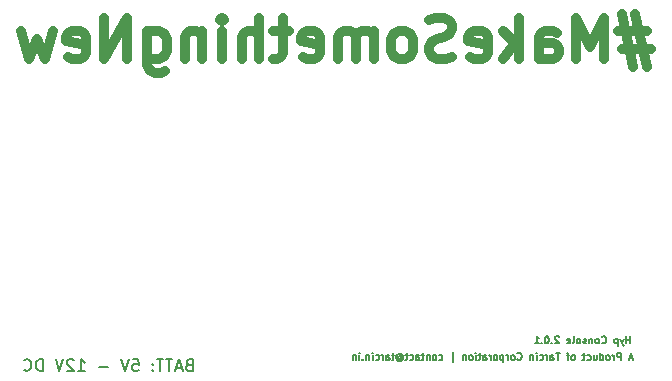
<source format=gbr>
G04 #@! TF.GenerationSoftware,KiCad,Pcbnew,(5.1.0)-1*
G04 #@! TF.CreationDate,2019-05-16T14:17:18+05:30*
G04 #@! TF.ProjectId,Console,436f6e73-6f6c-4652-9e6b-696361645f70,2.0.1*
G04 #@! TF.SameCoordinates,Original*
G04 #@! TF.FileFunction,Legend,Bot*
G04 #@! TF.FilePolarity,Positive*
%FSLAX46Y46*%
G04 Gerber Fmt 4.6, Leading zero omitted, Abs format (unit mm)*
G04 Created by KiCad (PCBNEW (5.1.0)-1) date 2019-05-16 14:17:18*
%MOMM*%
%LPD*%
G04 APERTURE LIST*
%ADD10C,0.150000*%
%ADD11C,0.875000*%
G04 APERTURE END LIST*
D10*
X75492714Y-88574571D02*
X75349857Y-88622190D01*
X75302238Y-88669809D01*
X75254619Y-88765047D01*
X75254619Y-88907904D01*
X75302238Y-89003142D01*
X75349857Y-89050761D01*
X75445095Y-89098380D01*
X75826047Y-89098380D01*
X75826047Y-88098380D01*
X75492714Y-88098380D01*
X75397476Y-88146000D01*
X75349857Y-88193619D01*
X75302238Y-88288857D01*
X75302238Y-88384095D01*
X75349857Y-88479333D01*
X75397476Y-88526952D01*
X75492714Y-88574571D01*
X75826047Y-88574571D01*
X74873666Y-88812666D02*
X74397476Y-88812666D01*
X74968904Y-89098380D02*
X74635571Y-88098380D01*
X74302238Y-89098380D01*
X74111761Y-88098380D02*
X73540333Y-88098380D01*
X73826047Y-89098380D02*
X73826047Y-88098380D01*
X73349857Y-88098380D02*
X72778428Y-88098380D01*
X73064142Y-89098380D02*
X73064142Y-88098380D01*
X72445095Y-89003142D02*
X72397476Y-89050761D01*
X72445095Y-89098380D01*
X72492714Y-89050761D01*
X72445095Y-89003142D01*
X72445095Y-89098380D01*
X72445095Y-88479333D02*
X72397476Y-88526952D01*
X72445095Y-88574571D01*
X72492714Y-88526952D01*
X72445095Y-88479333D01*
X72445095Y-88574571D01*
X70730809Y-88098380D02*
X71207000Y-88098380D01*
X71254619Y-88574571D01*
X71207000Y-88526952D01*
X71111761Y-88479333D01*
X70873666Y-88479333D01*
X70778428Y-88526952D01*
X70730809Y-88574571D01*
X70683190Y-88669809D01*
X70683190Y-88907904D01*
X70730809Y-89003142D01*
X70778428Y-89050761D01*
X70873666Y-89098380D01*
X71111761Y-89098380D01*
X71207000Y-89050761D01*
X71254619Y-89003142D01*
X70397476Y-88098380D02*
X70064142Y-89098380D01*
X69730809Y-88098380D01*
X68635571Y-88717428D02*
X67873666Y-88717428D01*
X66111761Y-89098380D02*
X66683190Y-89098380D01*
X66397476Y-89098380D02*
X66397476Y-88098380D01*
X66492714Y-88241238D01*
X66587952Y-88336476D01*
X66683190Y-88384095D01*
X65730809Y-88193619D02*
X65683190Y-88146000D01*
X65587952Y-88098380D01*
X65349857Y-88098380D01*
X65254619Y-88146000D01*
X65207000Y-88193619D01*
X65159380Y-88288857D01*
X65159380Y-88384095D01*
X65207000Y-88526952D01*
X65778428Y-89098380D01*
X65159380Y-89098380D01*
X64873666Y-88098380D02*
X64540333Y-89098380D01*
X64207000Y-88098380D01*
X63111761Y-89098380D02*
X63111761Y-88098380D01*
X62873666Y-88098380D01*
X62730809Y-88146000D01*
X62635571Y-88241238D01*
X62587952Y-88336476D01*
X62540333Y-88526952D01*
X62540333Y-88669809D01*
X62587952Y-88860285D01*
X62635571Y-88955523D01*
X62730809Y-89050761D01*
X62873666Y-89098380D01*
X63111761Y-89098380D01*
X61540333Y-89003142D02*
X61587952Y-89050761D01*
X61730809Y-89098380D01*
X61826047Y-89098380D01*
X61968904Y-89050761D01*
X62064142Y-88955523D01*
X62111761Y-88860285D01*
X62159380Y-88669809D01*
X62159380Y-88526952D01*
X62111761Y-88336476D01*
X62064142Y-88241238D01*
X61968904Y-88146000D01*
X61826047Y-88098380D01*
X61730809Y-88098380D01*
X61587952Y-88146000D01*
X61540333Y-88193619D01*
D11*
X114300666Y-60337000D02*
X111800666Y-60337000D01*
X113300666Y-58837000D02*
X114300666Y-63337000D01*
X112134000Y-61837000D02*
X114634000Y-61837000D01*
X113134000Y-63337000D02*
X112134000Y-58837000D01*
X110634000Y-62670333D02*
X110634000Y-59170333D01*
X109467333Y-61670333D01*
X108300666Y-59170333D01*
X108300666Y-62670333D01*
X105134000Y-62670333D02*
X105134000Y-60837000D01*
X105300666Y-60503666D01*
X105634000Y-60337000D01*
X106300666Y-60337000D01*
X106634000Y-60503666D01*
X105134000Y-62503666D02*
X105467333Y-62670333D01*
X106300666Y-62670333D01*
X106634000Y-62503666D01*
X106800666Y-62170333D01*
X106800666Y-61837000D01*
X106634000Y-61503666D01*
X106300666Y-61337000D01*
X105467333Y-61337000D01*
X105134000Y-61170333D01*
X103467333Y-62670333D02*
X103467333Y-59170333D01*
X103134000Y-61337000D02*
X102134000Y-62670333D01*
X102134000Y-60337000D02*
X103467333Y-61670333D01*
X99300666Y-62503666D02*
X99634000Y-62670333D01*
X100300666Y-62670333D01*
X100634000Y-62503666D01*
X100800666Y-62170333D01*
X100800666Y-60837000D01*
X100634000Y-60503666D01*
X100300666Y-60337000D01*
X99634000Y-60337000D01*
X99300666Y-60503666D01*
X99134000Y-60837000D01*
X99134000Y-61170333D01*
X100800666Y-61503666D01*
X97800666Y-62503666D02*
X97300666Y-62670333D01*
X96467333Y-62670333D01*
X96134000Y-62503666D01*
X95967333Y-62337000D01*
X95800666Y-62003666D01*
X95800666Y-61670333D01*
X95967333Y-61337000D01*
X96134000Y-61170333D01*
X96467333Y-61003666D01*
X97134000Y-60837000D01*
X97467333Y-60670333D01*
X97634000Y-60503666D01*
X97800666Y-60170333D01*
X97800666Y-59837000D01*
X97634000Y-59503666D01*
X97467333Y-59337000D01*
X97134000Y-59170333D01*
X96300666Y-59170333D01*
X95800666Y-59337000D01*
X93800666Y-62670333D02*
X94134000Y-62503666D01*
X94300666Y-62337000D01*
X94467333Y-62003666D01*
X94467333Y-61003666D01*
X94300666Y-60670333D01*
X94134000Y-60503666D01*
X93800666Y-60337000D01*
X93300666Y-60337000D01*
X92967333Y-60503666D01*
X92800666Y-60670333D01*
X92634000Y-61003666D01*
X92634000Y-62003666D01*
X92800666Y-62337000D01*
X92967333Y-62503666D01*
X93300666Y-62670333D01*
X93800666Y-62670333D01*
X91134000Y-62670333D02*
X91134000Y-60337000D01*
X91134000Y-60670333D02*
X90967333Y-60503666D01*
X90634000Y-60337000D01*
X90134000Y-60337000D01*
X89800666Y-60503666D01*
X89634000Y-60837000D01*
X89634000Y-62670333D01*
X89634000Y-60837000D02*
X89467333Y-60503666D01*
X89134000Y-60337000D01*
X88634000Y-60337000D01*
X88300666Y-60503666D01*
X88134000Y-60837000D01*
X88134000Y-62670333D01*
X85134000Y-62503666D02*
X85467333Y-62670333D01*
X86134000Y-62670333D01*
X86467333Y-62503666D01*
X86634000Y-62170333D01*
X86634000Y-60837000D01*
X86467333Y-60503666D01*
X86134000Y-60337000D01*
X85467333Y-60337000D01*
X85134000Y-60503666D01*
X84967333Y-60837000D01*
X84967333Y-61170333D01*
X86634000Y-61503666D01*
X83967333Y-60337000D02*
X82634000Y-60337000D01*
X83467333Y-59170333D02*
X83467333Y-62170333D01*
X83300666Y-62503666D01*
X82967333Y-62670333D01*
X82634000Y-62670333D01*
X81467333Y-62670333D02*
X81467333Y-59170333D01*
X79967333Y-62670333D02*
X79967333Y-60837000D01*
X80134000Y-60503666D01*
X80467333Y-60337000D01*
X80967333Y-60337000D01*
X81300666Y-60503666D01*
X81467333Y-60670333D01*
X78300666Y-62670333D02*
X78300666Y-60337000D01*
X78300666Y-59170333D02*
X78467333Y-59337000D01*
X78300666Y-59503666D01*
X78134000Y-59337000D01*
X78300666Y-59170333D01*
X78300666Y-59503666D01*
X76634000Y-60337000D02*
X76634000Y-62670333D01*
X76634000Y-60670333D02*
X76467333Y-60503666D01*
X76134000Y-60337000D01*
X75634000Y-60337000D01*
X75300666Y-60503666D01*
X75134000Y-60837000D01*
X75134000Y-62670333D01*
X71967333Y-60337000D02*
X71967333Y-63170333D01*
X72134000Y-63503666D01*
X72300666Y-63670333D01*
X72634000Y-63837000D01*
X73134000Y-63837000D01*
X73467333Y-63670333D01*
X71967333Y-62503666D02*
X72300666Y-62670333D01*
X72967333Y-62670333D01*
X73300666Y-62503666D01*
X73467333Y-62337000D01*
X73634000Y-62003666D01*
X73634000Y-61003666D01*
X73467333Y-60670333D01*
X73300666Y-60503666D01*
X72967333Y-60337000D01*
X72300666Y-60337000D01*
X71967333Y-60503666D01*
X70300666Y-62670333D02*
X70300666Y-59170333D01*
X68300666Y-62670333D01*
X68300666Y-59170333D01*
X65300666Y-62503666D02*
X65634000Y-62670333D01*
X66300666Y-62670333D01*
X66634000Y-62503666D01*
X66800666Y-62170333D01*
X66800666Y-60837000D01*
X66634000Y-60503666D01*
X66300666Y-60337000D01*
X65634000Y-60337000D01*
X65300666Y-60503666D01*
X65134000Y-60837000D01*
X65134000Y-61170333D01*
X66800666Y-61503666D01*
X63967333Y-60337000D02*
X63300666Y-62670333D01*
X62634000Y-61003666D01*
X61967333Y-62670333D01*
X61300666Y-60337000D01*
D10*
X113076142Y-87984000D02*
X112790428Y-87984000D01*
X113133285Y-88155428D02*
X112933285Y-87555428D01*
X112733285Y-88155428D01*
X112076142Y-88155428D02*
X112076142Y-87555428D01*
X111847571Y-87555428D01*
X111790428Y-87584000D01*
X111761857Y-87612571D01*
X111733285Y-87669714D01*
X111733285Y-87755428D01*
X111761857Y-87812571D01*
X111790428Y-87841142D01*
X111847571Y-87869714D01*
X112076142Y-87869714D01*
X111476142Y-88155428D02*
X111476142Y-87755428D01*
X111476142Y-87869714D02*
X111447571Y-87812571D01*
X111419000Y-87784000D01*
X111361857Y-87755428D01*
X111304714Y-87755428D01*
X111019000Y-88155428D02*
X111076142Y-88126857D01*
X111104714Y-88098285D01*
X111133285Y-88041142D01*
X111133285Y-87869714D01*
X111104714Y-87812571D01*
X111076142Y-87784000D01*
X111019000Y-87755428D01*
X110933285Y-87755428D01*
X110876142Y-87784000D01*
X110847571Y-87812571D01*
X110819000Y-87869714D01*
X110819000Y-88041142D01*
X110847571Y-88098285D01*
X110876142Y-88126857D01*
X110933285Y-88155428D01*
X111019000Y-88155428D01*
X110304714Y-88155428D02*
X110304714Y-87555428D01*
X110304714Y-88126857D02*
X110361857Y-88155428D01*
X110476142Y-88155428D01*
X110533285Y-88126857D01*
X110561857Y-88098285D01*
X110590428Y-88041142D01*
X110590428Y-87869714D01*
X110561857Y-87812571D01*
X110533285Y-87784000D01*
X110476142Y-87755428D01*
X110361857Y-87755428D01*
X110304714Y-87784000D01*
X109761857Y-87755428D02*
X109761857Y-88155428D01*
X110019000Y-87755428D02*
X110019000Y-88069714D01*
X109990428Y-88126857D01*
X109933285Y-88155428D01*
X109847571Y-88155428D01*
X109790428Y-88126857D01*
X109761857Y-88098285D01*
X109219000Y-88126857D02*
X109276142Y-88155428D01*
X109390428Y-88155428D01*
X109447571Y-88126857D01*
X109476142Y-88098285D01*
X109504714Y-88041142D01*
X109504714Y-87869714D01*
X109476142Y-87812571D01*
X109447571Y-87784000D01*
X109390428Y-87755428D01*
X109276142Y-87755428D01*
X109219000Y-87784000D01*
X109047571Y-87755428D02*
X108819000Y-87755428D01*
X108961857Y-87555428D02*
X108961857Y-88069714D01*
X108933285Y-88126857D01*
X108876142Y-88155428D01*
X108819000Y-88155428D01*
X108076142Y-88155428D02*
X108133285Y-88126857D01*
X108161857Y-88098285D01*
X108190428Y-88041142D01*
X108190428Y-87869714D01*
X108161857Y-87812571D01*
X108133285Y-87784000D01*
X108076142Y-87755428D01*
X107990428Y-87755428D01*
X107933285Y-87784000D01*
X107904714Y-87812571D01*
X107876142Y-87869714D01*
X107876142Y-88041142D01*
X107904714Y-88098285D01*
X107933285Y-88126857D01*
X107990428Y-88155428D01*
X108076142Y-88155428D01*
X107704714Y-87755428D02*
X107476142Y-87755428D01*
X107619000Y-88155428D02*
X107619000Y-87641142D01*
X107590428Y-87584000D01*
X107533285Y-87555428D01*
X107476142Y-87555428D01*
X106904714Y-87555428D02*
X106561857Y-87555428D01*
X106733285Y-88155428D02*
X106733285Y-87555428D01*
X106104714Y-88155428D02*
X106104714Y-87841142D01*
X106133285Y-87784000D01*
X106190428Y-87755428D01*
X106304714Y-87755428D01*
X106361857Y-87784000D01*
X106104714Y-88126857D02*
X106161857Y-88155428D01*
X106304714Y-88155428D01*
X106361857Y-88126857D01*
X106390428Y-88069714D01*
X106390428Y-88012571D01*
X106361857Y-87955428D01*
X106304714Y-87926857D01*
X106161857Y-87926857D01*
X106104714Y-87898285D01*
X105819000Y-88155428D02*
X105819000Y-87755428D01*
X105819000Y-87869714D02*
X105790428Y-87812571D01*
X105761857Y-87784000D01*
X105704714Y-87755428D01*
X105647571Y-87755428D01*
X105190428Y-88126857D02*
X105247571Y-88155428D01*
X105361857Y-88155428D01*
X105419000Y-88126857D01*
X105447571Y-88098285D01*
X105476142Y-88041142D01*
X105476142Y-87869714D01*
X105447571Y-87812571D01*
X105419000Y-87784000D01*
X105361857Y-87755428D01*
X105247571Y-87755428D01*
X105190428Y-87784000D01*
X104933285Y-88155428D02*
X104933285Y-87755428D01*
X104933285Y-87555428D02*
X104961857Y-87584000D01*
X104933285Y-87612571D01*
X104904714Y-87584000D01*
X104933285Y-87555428D01*
X104933285Y-87612571D01*
X104647571Y-87755428D02*
X104647571Y-88155428D01*
X104647571Y-87812571D02*
X104619000Y-87784000D01*
X104561857Y-87755428D01*
X104476142Y-87755428D01*
X104419000Y-87784000D01*
X104390428Y-87841142D01*
X104390428Y-88155428D01*
X103304714Y-88098285D02*
X103333285Y-88126857D01*
X103419000Y-88155428D01*
X103476142Y-88155428D01*
X103561857Y-88126857D01*
X103619000Y-88069714D01*
X103647571Y-88012571D01*
X103676142Y-87898285D01*
X103676142Y-87812571D01*
X103647571Y-87698285D01*
X103619000Y-87641142D01*
X103561857Y-87584000D01*
X103476142Y-87555428D01*
X103419000Y-87555428D01*
X103333285Y-87584000D01*
X103304714Y-87612571D01*
X102961857Y-88155428D02*
X103019000Y-88126857D01*
X103047571Y-88098285D01*
X103076142Y-88041142D01*
X103076142Y-87869714D01*
X103047571Y-87812571D01*
X103019000Y-87784000D01*
X102961857Y-87755428D01*
X102876142Y-87755428D01*
X102819000Y-87784000D01*
X102790428Y-87812571D01*
X102761857Y-87869714D01*
X102761857Y-88041142D01*
X102790428Y-88098285D01*
X102819000Y-88126857D01*
X102876142Y-88155428D01*
X102961857Y-88155428D01*
X102504714Y-88155428D02*
X102504714Y-87755428D01*
X102504714Y-87869714D02*
X102476142Y-87812571D01*
X102447571Y-87784000D01*
X102390428Y-87755428D01*
X102333285Y-87755428D01*
X102133285Y-87755428D02*
X102133285Y-88355428D01*
X102133285Y-87784000D02*
X102076142Y-87755428D01*
X101961857Y-87755428D01*
X101904714Y-87784000D01*
X101876142Y-87812571D01*
X101847571Y-87869714D01*
X101847571Y-88041142D01*
X101876142Y-88098285D01*
X101904714Y-88126857D01*
X101961857Y-88155428D01*
X102076142Y-88155428D01*
X102133285Y-88126857D01*
X101504714Y-88155428D02*
X101561857Y-88126857D01*
X101590428Y-88098285D01*
X101619000Y-88041142D01*
X101619000Y-87869714D01*
X101590428Y-87812571D01*
X101561857Y-87784000D01*
X101504714Y-87755428D01*
X101419000Y-87755428D01*
X101361857Y-87784000D01*
X101333285Y-87812571D01*
X101304714Y-87869714D01*
X101304714Y-88041142D01*
X101333285Y-88098285D01*
X101361857Y-88126857D01*
X101419000Y-88155428D01*
X101504714Y-88155428D01*
X101047571Y-88155428D02*
X101047571Y-87755428D01*
X101047571Y-87869714D02*
X101019000Y-87812571D01*
X100990428Y-87784000D01*
X100933285Y-87755428D01*
X100876142Y-87755428D01*
X100419000Y-88155428D02*
X100419000Y-87841142D01*
X100447571Y-87784000D01*
X100504714Y-87755428D01*
X100619000Y-87755428D01*
X100676142Y-87784000D01*
X100419000Y-88126857D02*
X100476142Y-88155428D01*
X100619000Y-88155428D01*
X100676142Y-88126857D01*
X100704714Y-88069714D01*
X100704714Y-88012571D01*
X100676142Y-87955428D01*
X100619000Y-87926857D01*
X100476142Y-87926857D01*
X100419000Y-87898285D01*
X100219000Y-87755428D02*
X99990428Y-87755428D01*
X100133285Y-87555428D02*
X100133285Y-88069714D01*
X100104714Y-88126857D01*
X100047571Y-88155428D01*
X99990428Y-88155428D01*
X99790428Y-88155428D02*
X99790428Y-87755428D01*
X99790428Y-87555428D02*
X99819000Y-87584000D01*
X99790428Y-87612571D01*
X99761857Y-87584000D01*
X99790428Y-87555428D01*
X99790428Y-87612571D01*
X99419000Y-88155428D02*
X99476142Y-88126857D01*
X99504714Y-88098285D01*
X99533285Y-88041142D01*
X99533285Y-87869714D01*
X99504714Y-87812571D01*
X99476142Y-87784000D01*
X99419000Y-87755428D01*
X99333285Y-87755428D01*
X99276142Y-87784000D01*
X99247571Y-87812571D01*
X99219000Y-87869714D01*
X99219000Y-88041142D01*
X99247571Y-88098285D01*
X99276142Y-88126857D01*
X99333285Y-88155428D01*
X99419000Y-88155428D01*
X98961857Y-87755428D02*
X98961857Y-88155428D01*
X98961857Y-87812571D02*
X98933285Y-87784000D01*
X98876142Y-87755428D01*
X98790428Y-87755428D01*
X98733285Y-87784000D01*
X98704714Y-87841142D01*
X98704714Y-88155428D01*
X97819000Y-88355428D02*
X97819000Y-87498285D01*
X96676142Y-88126857D02*
X96733285Y-88155428D01*
X96847571Y-88155428D01*
X96904714Y-88126857D01*
X96933285Y-88098285D01*
X96961857Y-88041142D01*
X96961857Y-87869714D01*
X96933285Y-87812571D01*
X96904714Y-87784000D01*
X96847571Y-87755428D01*
X96733285Y-87755428D01*
X96676142Y-87784000D01*
X96333285Y-88155428D02*
X96390428Y-88126857D01*
X96419000Y-88098285D01*
X96447571Y-88041142D01*
X96447571Y-87869714D01*
X96419000Y-87812571D01*
X96390428Y-87784000D01*
X96333285Y-87755428D01*
X96247571Y-87755428D01*
X96190428Y-87784000D01*
X96161857Y-87812571D01*
X96133285Y-87869714D01*
X96133285Y-88041142D01*
X96161857Y-88098285D01*
X96190428Y-88126857D01*
X96247571Y-88155428D01*
X96333285Y-88155428D01*
X95876142Y-87755428D02*
X95876142Y-88155428D01*
X95876142Y-87812571D02*
X95847571Y-87784000D01*
X95790428Y-87755428D01*
X95704714Y-87755428D01*
X95647571Y-87784000D01*
X95619000Y-87841142D01*
X95619000Y-88155428D01*
X95419000Y-87755428D02*
X95190428Y-87755428D01*
X95333285Y-87555428D02*
X95333285Y-88069714D01*
X95304714Y-88126857D01*
X95247571Y-88155428D01*
X95190428Y-88155428D01*
X94733285Y-88155428D02*
X94733285Y-87841142D01*
X94761857Y-87784000D01*
X94819000Y-87755428D01*
X94933285Y-87755428D01*
X94990428Y-87784000D01*
X94733285Y-88126857D02*
X94790428Y-88155428D01*
X94933285Y-88155428D01*
X94990428Y-88126857D01*
X95019000Y-88069714D01*
X95019000Y-88012571D01*
X94990428Y-87955428D01*
X94933285Y-87926857D01*
X94790428Y-87926857D01*
X94733285Y-87898285D01*
X94190428Y-88126857D02*
X94247571Y-88155428D01*
X94361857Y-88155428D01*
X94419000Y-88126857D01*
X94447571Y-88098285D01*
X94476142Y-88041142D01*
X94476142Y-87869714D01*
X94447571Y-87812571D01*
X94419000Y-87784000D01*
X94361857Y-87755428D01*
X94247571Y-87755428D01*
X94190428Y-87784000D01*
X94019000Y-87755428D02*
X93790428Y-87755428D01*
X93933285Y-87555428D02*
X93933285Y-88069714D01*
X93904714Y-88126857D01*
X93847571Y-88155428D01*
X93790428Y-88155428D01*
X93219000Y-87869714D02*
X93247571Y-87841142D01*
X93304714Y-87812571D01*
X93361857Y-87812571D01*
X93419000Y-87841142D01*
X93447571Y-87869714D01*
X93476142Y-87926857D01*
X93476142Y-87984000D01*
X93447571Y-88041142D01*
X93419000Y-88069714D01*
X93361857Y-88098285D01*
X93304714Y-88098285D01*
X93247571Y-88069714D01*
X93219000Y-88041142D01*
X93219000Y-87812571D02*
X93219000Y-88041142D01*
X93190428Y-88069714D01*
X93161857Y-88069714D01*
X93104714Y-88041142D01*
X93076142Y-87984000D01*
X93076142Y-87841142D01*
X93133285Y-87755428D01*
X93219000Y-87698285D01*
X93333285Y-87669714D01*
X93447571Y-87698285D01*
X93533285Y-87755428D01*
X93590428Y-87841142D01*
X93619000Y-87955428D01*
X93590428Y-88069714D01*
X93533285Y-88155428D01*
X93447571Y-88212571D01*
X93333285Y-88241142D01*
X93219000Y-88212571D01*
X93133285Y-88155428D01*
X92904714Y-87755428D02*
X92676142Y-87755428D01*
X92819000Y-87555428D02*
X92819000Y-88069714D01*
X92790428Y-88126857D01*
X92733285Y-88155428D01*
X92676142Y-88155428D01*
X92219000Y-88155428D02*
X92219000Y-87841142D01*
X92247571Y-87784000D01*
X92304714Y-87755428D01*
X92419000Y-87755428D01*
X92476142Y-87784000D01*
X92219000Y-88126857D02*
X92276142Y-88155428D01*
X92419000Y-88155428D01*
X92476142Y-88126857D01*
X92504714Y-88069714D01*
X92504714Y-88012571D01*
X92476142Y-87955428D01*
X92419000Y-87926857D01*
X92276142Y-87926857D01*
X92219000Y-87898285D01*
X91933285Y-88155428D02*
X91933285Y-87755428D01*
X91933285Y-87869714D02*
X91904714Y-87812571D01*
X91876142Y-87784000D01*
X91819000Y-87755428D01*
X91761857Y-87755428D01*
X91304714Y-88126857D02*
X91361857Y-88155428D01*
X91476142Y-88155428D01*
X91533285Y-88126857D01*
X91561857Y-88098285D01*
X91590428Y-88041142D01*
X91590428Y-87869714D01*
X91561857Y-87812571D01*
X91533285Y-87784000D01*
X91476142Y-87755428D01*
X91361857Y-87755428D01*
X91304714Y-87784000D01*
X91047571Y-88155428D02*
X91047571Y-87755428D01*
X91047571Y-87555428D02*
X91076142Y-87584000D01*
X91047571Y-87612571D01*
X91019000Y-87584000D01*
X91047571Y-87555428D01*
X91047571Y-87612571D01*
X90761857Y-87755428D02*
X90761857Y-88155428D01*
X90761857Y-87812571D02*
X90733285Y-87784000D01*
X90676142Y-87755428D01*
X90590428Y-87755428D01*
X90533285Y-87784000D01*
X90504714Y-87841142D01*
X90504714Y-88155428D01*
X90219000Y-88098285D02*
X90190428Y-88126857D01*
X90219000Y-88155428D01*
X90247571Y-88126857D01*
X90219000Y-88098285D01*
X90219000Y-88155428D01*
X89933285Y-88155428D02*
X89933285Y-87755428D01*
X89933285Y-87555428D02*
X89961857Y-87584000D01*
X89933285Y-87612571D01*
X89904714Y-87584000D01*
X89933285Y-87555428D01*
X89933285Y-87612571D01*
X89647571Y-87755428D02*
X89647571Y-88155428D01*
X89647571Y-87812571D02*
X89619000Y-87784000D01*
X89561857Y-87755428D01*
X89476142Y-87755428D01*
X89419000Y-87784000D01*
X89390428Y-87841142D01*
X89390428Y-88155428D01*
X112881857Y-86758428D02*
X112881857Y-86158428D01*
X112881857Y-86444142D02*
X112539000Y-86444142D01*
X112539000Y-86758428D02*
X112539000Y-86158428D01*
X112310428Y-86358428D02*
X112167571Y-86758428D01*
X112024714Y-86358428D02*
X112167571Y-86758428D01*
X112224714Y-86901285D01*
X112253285Y-86929857D01*
X112310428Y-86958428D01*
X111796142Y-86358428D02*
X111796142Y-86958428D01*
X111796142Y-86387000D02*
X111739000Y-86358428D01*
X111624714Y-86358428D01*
X111567571Y-86387000D01*
X111539000Y-86415571D01*
X111510428Y-86472714D01*
X111510428Y-86644142D01*
X111539000Y-86701285D01*
X111567571Y-86729857D01*
X111624714Y-86758428D01*
X111739000Y-86758428D01*
X111796142Y-86729857D01*
X110453285Y-86701285D02*
X110481857Y-86729857D01*
X110567571Y-86758428D01*
X110624714Y-86758428D01*
X110710428Y-86729857D01*
X110767571Y-86672714D01*
X110796142Y-86615571D01*
X110824714Y-86501285D01*
X110824714Y-86415571D01*
X110796142Y-86301285D01*
X110767571Y-86244142D01*
X110710428Y-86187000D01*
X110624714Y-86158428D01*
X110567571Y-86158428D01*
X110481857Y-86187000D01*
X110453285Y-86215571D01*
X110110428Y-86758428D02*
X110167571Y-86729857D01*
X110196142Y-86701285D01*
X110224714Y-86644142D01*
X110224714Y-86472714D01*
X110196142Y-86415571D01*
X110167571Y-86387000D01*
X110110428Y-86358428D01*
X110024714Y-86358428D01*
X109967571Y-86387000D01*
X109939000Y-86415571D01*
X109910428Y-86472714D01*
X109910428Y-86644142D01*
X109939000Y-86701285D01*
X109967571Y-86729857D01*
X110024714Y-86758428D01*
X110110428Y-86758428D01*
X109653285Y-86358428D02*
X109653285Y-86758428D01*
X109653285Y-86415571D02*
X109624714Y-86387000D01*
X109567571Y-86358428D01*
X109481857Y-86358428D01*
X109424714Y-86387000D01*
X109396142Y-86444142D01*
X109396142Y-86758428D01*
X109139000Y-86729857D02*
X109081857Y-86758428D01*
X108967571Y-86758428D01*
X108910428Y-86729857D01*
X108881857Y-86672714D01*
X108881857Y-86644142D01*
X108910428Y-86587000D01*
X108967571Y-86558428D01*
X109053285Y-86558428D01*
X109110428Y-86529857D01*
X109139000Y-86472714D01*
X109139000Y-86444142D01*
X109110428Y-86387000D01*
X109053285Y-86358428D01*
X108967571Y-86358428D01*
X108910428Y-86387000D01*
X108539000Y-86758428D02*
X108596142Y-86729857D01*
X108624714Y-86701285D01*
X108653285Y-86644142D01*
X108653285Y-86472714D01*
X108624714Y-86415571D01*
X108596142Y-86387000D01*
X108539000Y-86358428D01*
X108453285Y-86358428D01*
X108396142Y-86387000D01*
X108367571Y-86415571D01*
X108339000Y-86472714D01*
X108339000Y-86644142D01*
X108367571Y-86701285D01*
X108396142Y-86729857D01*
X108453285Y-86758428D01*
X108539000Y-86758428D01*
X107996142Y-86758428D02*
X108053285Y-86729857D01*
X108081857Y-86672714D01*
X108081857Y-86158428D01*
X107539000Y-86729857D02*
X107596142Y-86758428D01*
X107710428Y-86758428D01*
X107767571Y-86729857D01*
X107796142Y-86672714D01*
X107796142Y-86444142D01*
X107767571Y-86387000D01*
X107710428Y-86358428D01*
X107596142Y-86358428D01*
X107539000Y-86387000D01*
X107510428Y-86444142D01*
X107510428Y-86501285D01*
X107796142Y-86558428D01*
X106824714Y-86215571D02*
X106796142Y-86187000D01*
X106739000Y-86158428D01*
X106596142Y-86158428D01*
X106539000Y-86187000D01*
X106510428Y-86215571D01*
X106481857Y-86272714D01*
X106481857Y-86329857D01*
X106510428Y-86415571D01*
X106853285Y-86758428D01*
X106481857Y-86758428D01*
X106224714Y-86701285D02*
X106196142Y-86729857D01*
X106224714Y-86758428D01*
X106253285Y-86729857D01*
X106224714Y-86701285D01*
X106224714Y-86758428D01*
X105824714Y-86158428D02*
X105767571Y-86158428D01*
X105710428Y-86187000D01*
X105681857Y-86215571D01*
X105653285Y-86272714D01*
X105624714Y-86387000D01*
X105624714Y-86529857D01*
X105653285Y-86644142D01*
X105681857Y-86701285D01*
X105710428Y-86729857D01*
X105767571Y-86758428D01*
X105824714Y-86758428D01*
X105881857Y-86729857D01*
X105910428Y-86701285D01*
X105939000Y-86644142D01*
X105967571Y-86529857D01*
X105967571Y-86387000D01*
X105939000Y-86272714D01*
X105910428Y-86215571D01*
X105881857Y-86187000D01*
X105824714Y-86158428D01*
X105367571Y-86701285D02*
X105339000Y-86729857D01*
X105367571Y-86758428D01*
X105396142Y-86729857D01*
X105367571Y-86701285D01*
X105367571Y-86758428D01*
X104767571Y-86758428D02*
X105110428Y-86758428D01*
X104939000Y-86758428D02*
X104939000Y-86158428D01*
X104996142Y-86244142D01*
X105053285Y-86301285D01*
X105110428Y-86329857D01*
M02*

</source>
